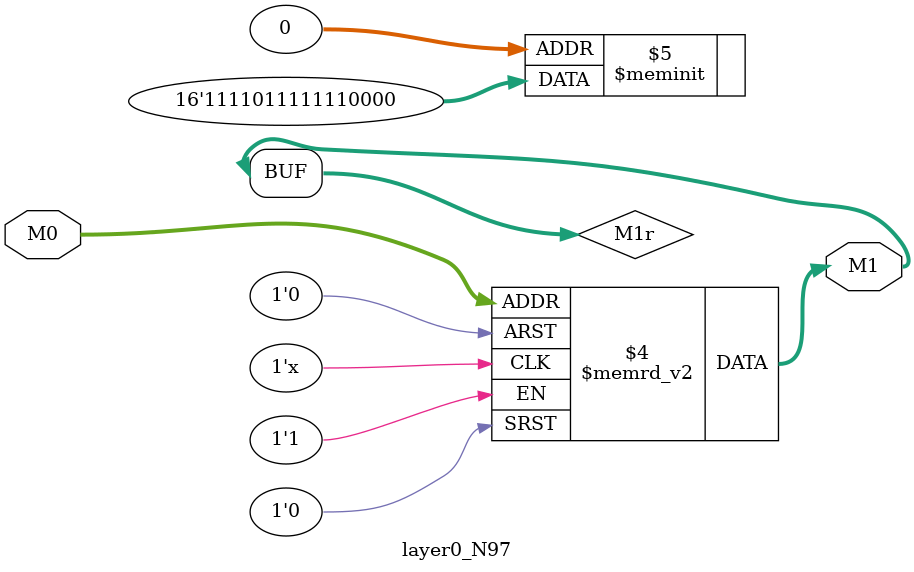
<source format=v>
module layer0_N97 ( input [2:0] M0, output [1:0] M1 );

	(*rom_style = "distributed" *) reg [1:0] M1r;
	assign M1 = M1r;
	always @ (M0) begin
		case (M0)
			3'b000: M1r = 2'b00;
			3'b100: M1r = 2'b11;
			3'b010: M1r = 2'b11;
			3'b110: M1r = 2'b11;
			3'b001: M1r = 2'b00;
			3'b101: M1r = 2'b01;
			3'b011: M1r = 2'b11;
			3'b111: M1r = 2'b11;

		endcase
	end
endmodule

</source>
